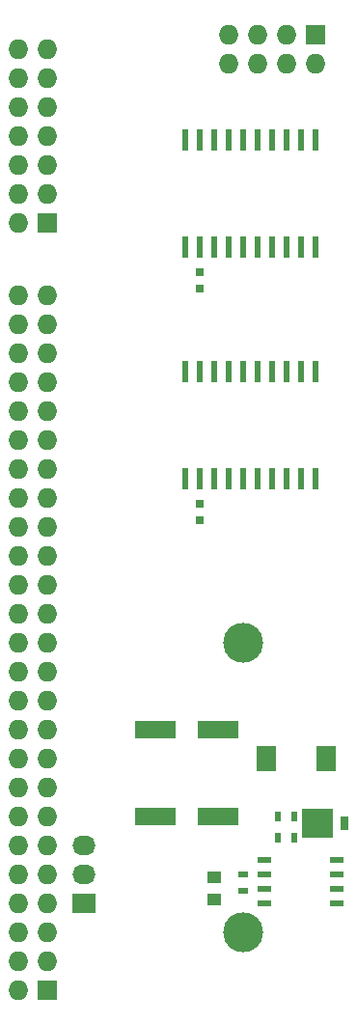
<source format=gbr>
G04 #@! TF.FileFunction,Soldermask,Top*
%FSLAX46Y46*%
G04 Gerber Fmt 4.6, Leading zero omitted, Abs format (unit mm)*
G04 Created by KiCad (PCBNEW 0.201506122246+5743~23~ubuntu14.04.1-product) date Mon 13 Jul 2015 16:56:03 BST*
%MOMM*%
G01*
G04 APERTURE LIST*
%ADD10C,0.100000*%
%ADD11R,0.600000X1.950000*%
%ADD12C,3.500000*%
%ADD13R,0.750000X0.800000*%
%ADD14R,1.700000X2.200000*%
%ADD15R,1.727200X1.727200*%
%ADD16O,1.727200X1.727200*%
%ADD17R,0.900000X0.500000*%
%ADD18R,0.500000X0.900000*%
%ADD19R,1.143000X0.508000*%
%ADD20R,2.670000X2.540000*%
%ADD21R,0.762000X1.270000*%
%ADD22R,1.250000X1.000000*%
%ADD23R,3.599180X1.600200*%
%ADD24R,2.032000X1.727200*%
%ADD25O,2.032000X1.727200*%
G04 APERTURE END LIST*
D10*
D11*
X116205000Y-69470000D03*
X117475000Y-69470000D03*
X118745000Y-69470000D03*
X120015000Y-69470000D03*
X121285000Y-69470000D03*
X122555000Y-69470000D03*
X123825000Y-69470000D03*
X125095000Y-69470000D03*
X126365000Y-69470000D03*
X127635000Y-69470000D03*
X127635000Y-60070000D03*
X126365000Y-60070000D03*
X125095000Y-60070000D03*
X123825000Y-60070000D03*
X122555000Y-60070000D03*
X121285000Y-60070000D03*
X120015000Y-60070000D03*
X118745000Y-60070000D03*
X117475000Y-60070000D03*
X116205000Y-60070000D03*
X116205000Y-49150000D03*
X117475000Y-49150000D03*
X118745000Y-49150000D03*
X120015000Y-49150000D03*
X121285000Y-49150000D03*
X122555000Y-49150000D03*
X123825000Y-49150000D03*
X125095000Y-49150000D03*
X126365000Y-49150000D03*
X127635000Y-49150000D03*
X127635000Y-39750000D03*
X126365000Y-39750000D03*
X125095000Y-39750000D03*
X123825000Y-39750000D03*
X122555000Y-39750000D03*
X121285000Y-39750000D03*
X120015000Y-39750000D03*
X118745000Y-39750000D03*
X117475000Y-39750000D03*
X116205000Y-39750000D03*
D12*
X121285000Y-83820000D03*
D13*
X117475000Y-51320000D03*
X117475000Y-52820000D03*
X117475000Y-71640000D03*
X117475000Y-73140000D03*
D14*
X128634000Y-93980000D03*
X123334000Y-93980000D03*
D15*
X104140000Y-46990000D03*
D16*
X101600000Y-46990000D03*
X104140000Y-44450000D03*
X101600000Y-44450000D03*
X104140000Y-41910000D03*
X101600000Y-41910000D03*
X104140000Y-39370000D03*
X101600000Y-39370000D03*
X104140000Y-36830000D03*
X101600000Y-36830000D03*
X104140000Y-34290000D03*
X101600000Y-34290000D03*
X104140000Y-31750000D03*
X101600000Y-31750000D03*
D17*
X121285000Y-104152000D03*
X121285000Y-105652000D03*
D18*
X125845000Y-99060000D03*
X124345000Y-99060000D03*
X125845000Y-100965000D03*
X124345000Y-100965000D03*
D19*
X129540000Y-102870000D03*
X129540000Y-104140000D03*
X129540000Y-105410000D03*
X129540000Y-106680000D03*
X123190000Y-106680000D03*
X123190000Y-105410000D03*
X123190000Y-104140000D03*
X123190000Y-102870000D03*
D20*
X127824000Y-99695000D03*
D21*
X130175000Y-99695000D03*
D15*
X104140000Y-114300000D03*
D16*
X101600000Y-114300000D03*
X104140000Y-111760000D03*
X101600000Y-111760000D03*
X104140000Y-109220000D03*
X101600000Y-109220000D03*
X104140000Y-106680000D03*
X101600000Y-106680000D03*
X104140000Y-104140000D03*
X101600000Y-104140000D03*
X104140000Y-101600000D03*
X101600000Y-101600000D03*
X104140000Y-99060000D03*
X101600000Y-99060000D03*
X104140000Y-96520000D03*
X101600000Y-96520000D03*
X104140000Y-93980000D03*
X101600000Y-93980000D03*
X104140000Y-91440000D03*
X101600000Y-91440000D03*
X104140000Y-88900000D03*
X101600000Y-88900000D03*
X104140000Y-86360000D03*
X101600000Y-86360000D03*
X104140000Y-83820000D03*
X101600000Y-83820000D03*
X104140000Y-81280000D03*
X101600000Y-81280000D03*
X104140000Y-78740000D03*
X101600000Y-78740000D03*
X104140000Y-76200000D03*
X101600000Y-76200000D03*
X104140000Y-73660000D03*
X101600000Y-73660000D03*
X104140000Y-71120000D03*
X101600000Y-71120000D03*
X104140000Y-68580000D03*
X101600000Y-68580000D03*
X104140000Y-66040000D03*
X101600000Y-66040000D03*
X104140000Y-63500000D03*
X101600000Y-63500000D03*
X104140000Y-60960000D03*
X101600000Y-60960000D03*
X104140000Y-58420000D03*
X101600000Y-58420000D03*
X104140000Y-55880000D03*
X101600000Y-55880000D03*
X104140000Y-53340000D03*
X101600000Y-53340000D03*
D22*
X118745000Y-106410000D03*
X118745000Y-104410000D03*
D23*
X119082820Y-91440000D03*
X113581180Y-91440000D03*
X119082820Y-99060000D03*
X113581180Y-99060000D03*
D12*
X121285000Y-109220000D03*
D15*
X127635000Y-30480000D03*
D16*
X127635000Y-33020000D03*
X125095000Y-30480000D03*
X125095000Y-33020000D03*
X122555000Y-30480000D03*
X122555000Y-33020000D03*
X120015000Y-30480000D03*
X120015000Y-33020000D03*
D24*
X107315000Y-106680000D03*
D25*
X107315000Y-104140000D03*
X107315000Y-101600000D03*
M02*

</source>
